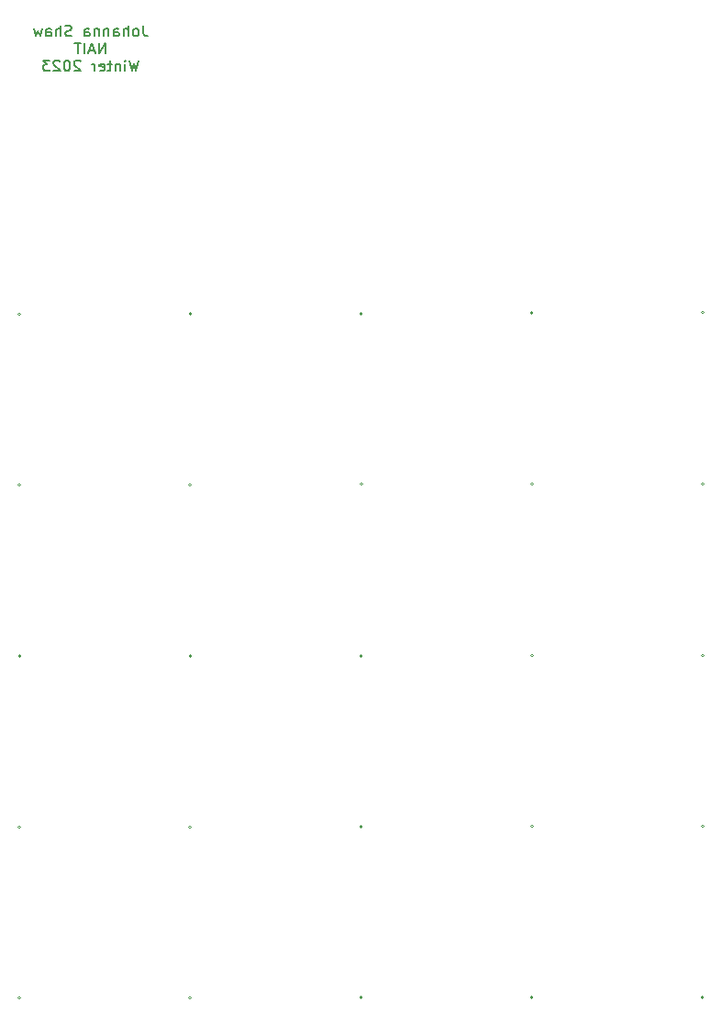
<source format=gbr>
%TF.GenerationSoftware,KiCad,Pcbnew,(6.0.1)*%
%TF.CreationDate,2023-04-26T14:09:52-06:00*%
%TF.ProjectId,Device_Design,44657669-6365-45f4-9465-7369676e2e6b,02*%
%TF.SameCoordinates,Original*%
%TF.FileFunction,Legend,Bot*%
%TF.FilePolarity,Positive*%
%FSLAX46Y46*%
G04 Gerber Fmt 4.6, Leading zero omitted, Abs format (unit mm)*
G04 Created by KiCad (PCBNEW (6.0.1)) date 2023-04-26 14:09:52*
%MOMM*%
%LPD*%
G01*
G04 APERTURE LIST*
%ADD10C,0.150000*%
%ADD11C,0.120000*%
G04 APERTURE END LIST*
D10*
X99457142Y-62442380D02*
X99457142Y-63156666D01*
X99504761Y-63299523D01*
X99600000Y-63394761D01*
X99742857Y-63442380D01*
X99838095Y-63442380D01*
X98838095Y-63442380D02*
X98933333Y-63394761D01*
X98980952Y-63347142D01*
X99028571Y-63251904D01*
X99028571Y-62966190D01*
X98980952Y-62870952D01*
X98933333Y-62823333D01*
X98838095Y-62775714D01*
X98695238Y-62775714D01*
X98600000Y-62823333D01*
X98552380Y-62870952D01*
X98504761Y-62966190D01*
X98504761Y-63251904D01*
X98552380Y-63347142D01*
X98600000Y-63394761D01*
X98695238Y-63442380D01*
X98838095Y-63442380D01*
X98076190Y-63442380D02*
X98076190Y-62442380D01*
X97647619Y-63442380D02*
X97647619Y-62918571D01*
X97695238Y-62823333D01*
X97790476Y-62775714D01*
X97933333Y-62775714D01*
X98028571Y-62823333D01*
X98076190Y-62870952D01*
X96742857Y-63442380D02*
X96742857Y-62918571D01*
X96790476Y-62823333D01*
X96885714Y-62775714D01*
X97076190Y-62775714D01*
X97171428Y-62823333D01*
X96742857Y-63394761D02*
X96838095Y-63442380D01*
X97076190Y-63442380D01*
X97171428Y-63394761D01*
X97219047Y-63299523D01*
X97219047Y-63204285D01*
X97171428Y-63109047D01*
X97076190Y-63061428D01*
X96838095Y-63061428D01*
X96742857Y-63013809D01*
X96266666Y-62775714D02*
X96266666Y-63442380D01*
X96266666Y-62870952D02*
X96219047Y-62823333D01*
X96123809Y-62775714D01*
X95980952Y-62775714D01*
X95885714Y-62823333D01*
X95838095Y-62918571D01*
X95838095Y-63442380D01*
X95361904Y-62775714D02*
X95361904Y-63442380D01*
X95361904Y-62870952D02*
X95314285Y-62823333D01*
X95219047Y-62775714D01*
X95076190Y-62775714D01*
X94980952Y-62823333D01*
X94933333Y-62918571D01*
X94933333Y-63442380D01*
X94028571Y-63442380D02*
X94028571Y-62918571D01*
X94076190Y-62823333D01*
X94171428Y-62775714D01*
X94361904Y-62775714D01*
X94457142Y-62823333D01*
X94028571Y-63394761D02*
X94123809Y-63442380D01*
X94361904Y-63442380D01*
X94457142Y-63394761D01*
X94504761Y-63299523D01*
X94504761Y-63204285D01*
X94457142Y-63109047D01*
X94361904Y-63061428D01*
X94123809Y-63061428D01*
X94028571Y-63013809D01*
X92838095Y-63394761D02*
X92695238Y-63442380D01*
X92457142Y-63442380D01*
X92361904Y-63394761D01*
X92314285Y-63347142D01*
X92266666Y-63251904D01*
X92266666Y-63156666D01*
X92314285Y-63061428D01*
X92361904Y-63013809D01*
X92457142Y-62966190D01*
X92647619Y-62918571D01*
X92742857Y-62870952D01*
X92790476Y-62823333D01*
X92838095Y-62728095D01*
X92838095Y-62632857D01*
X92790476Y-62537619D01*
X92742857Y-62490000D01*
X92647619Y-62442380D01*
X92409523Y-62442380D01*
X92266666Y-62490000D01*
X91838095Y-63442380D02*
X91838095Y-62442380D01*
X91409523Y-63442380D02*
X91409523Y-62918571D01*
X91457142Y-62823333D01*
X91552380Y-62775714D01*
X91695238Y-62775714D01*
X91790476Y-62823333D01*
X91838095Y-62870952D01*
X90504761Y-63442380D02*
X90504761Y-62918571D01*
X90552380Y-62823333D01*
X90647619Y-62775714D01*
X90838095Y-62775714D01*
X90933333Y-62823333D01*
X90504761Y-63394761D02*
X90599999Y-63442380D01*
X90838095Y-63442380D01*
X90933333Y-63394761D01*
X90980952Y-63299523D01*
X90980952Y-63204285D01*
X90933333Y-63109047D01*
X90838095Y-63061428D01*
X90599999Y-63061428D01*
X90504761Y-63013809D01*
X90123809Y-62775714D02*
X89933333Y-63442380D01*
X89742857Y-62966190D01*
X89552380Y-63442380D01*
X89361904Y-62775714D01*
X95933333Y-65052380D02*
X95933333Y-64052380D01*
X95361904Y-65052380D01*
X95361904Y-64052380D01*
X94933333Y-64766666D02*
X94457142Y-64766666D01*
X95028571Y-65052380D02*
X94695238Y-64052380D01*
X94361904Y-65052380D01*
X94028571Y-65052380D02*
X94028571Y-64052380D01*
X93695238Y-64052380D02*
X93123809Y-64052380D01*
X93409523Y-65052380D02*
X93409523Y-64052380D01*
X99028571Y-65662380D02*
X98790476Y-66662380D01*
X98600000Y-65948095D01*
X98409523Y-66662380D01*
X98171428Y-65662380D01*
X97790476Y-66662380D02*
X97790476Y-65995714D01*
X97790476Y-65662380D02*
X97838095Y-65710000D01*
X97790476Y-65757619D01*
X97742857Y-65710000D01*
X97790476Y-65662380D01*
X97790476Y-65757619D01*
X97314285Y-65995714D02*
X97314285Y-66662380D01*
X97314285Y-66090952D02*
X97266666Y-66043333D01*
X97171428Y-65995714D01*
X97028571Y-65995714D01*
X96933333Y-66043333D01*
X96885714Y-66138571D01*
X96885714Y-66662380D01*
X96552380Y-65995714D02*
X96171428Y-65995714D01*
X96409523Y-65662380D02*
X96409523Y-66519523D01*
X96361904Y-66614761D01*
X96266666Y-66662380D01*
X96171428Y-66662380D01*
X95457142Y-66614761D02*
X95552380Y-66662380D01*
X95742857Y-66662380D01*
X95838095Y-66614761D01*
X95885714Y-66519523D01*
X95885714Y-66138571D01*
X95838095Y-66043333D01*
X95742857Y-65995714D01*
X95552380Y-65995714D01*
X95457142Y-66043333D01*
X95409523Y-66138571D01*
X95409523Y-66233809D01*
X95885714Y-66329047D01*
X94980952Y-66662380D02*
X94980952Y-65995714D01*
X94980952Y-66186190D02*
X94933333Y-66090952D01*
X94885714Y-66043333D01*
X94790476Y-65995714D01*
X94695238Y-65995714D01*
X93647619Y-65757619D02*
X93600000Y-65710000D01*
X93504761Y-65662380D01*
X93266666Y-65662380D01*
X93171428Y-65710000D01*
X93123809Y-65757619D01*
X93076190Y-65852857D01*
X93076190Y-65948095D01*
X93123809Y-66090952D01*
X93695238Y-66662380D01*
X93076190Y-66662380D01*
X92457142Y-65662380D02*
X92361904Y-65662380D01*
X92266666Y-65710000D01*
X92219047Y-65757619D01*
X92171428Y-65852857D01*
X92123809Y-66043333D01*
X92123809Y-66281428D01*
X92171428Y-66471904D01*
X92219047Y-66567142D01*
X92266666Y-66614761D01*
X92361904Y-66662380D01*
X92457142Y-66662380D01*
X92552380Y-66614761D01*
X92600000Y-66567142D01*
X92647619Y-66471904D01*
X92695238Y-66281428D01*
X92695238Y-66043333D01*
X92647619Y-65852857D01*
X92600000Y-65757619D01*
X92552380Y-65710000D01*
X92457142Y-65662380D01*
X91742857Y-65757619D02*
X91695238Y-65710000D01*
X91600000Y-65662380D01*
X91361904Y-65662380D01*
X91266666Y-65710000D01*
X91219047Y-65757619D01*
X91171428Y-65852857D01*
X91171428Y-65948095D01*
X91219047Y-66090952D01*
X91790476Y-66662380D01*
X91171428Y-66662380D01*
X90838095Y-65662380D02*
X90219047Y-65662380D01*
X90552380Y-66043333D01*
X90409523Y-66043333D01*
X90314285Y-66090952D01*
X90266666Y-66138571D01*
X90219047Y-66233809D01*
X90219047Y-66471904D01*
X90266666Y-66567142D01*
X90314285Y-66614761D01*
X90409523Y-66662380D01*
X90695238Y-66662380D01*
X90790476Y-66614761D01*
X90838095Y-66567142D01*
D11*
%TO.C,SW27*%
X151156994Y-152126006D02*
G75*
G03*
X151156994Y-152126006I-127000J0D01*
G01*
%TO.C,SW26*%
X151186996Y-136344005D02*
G75*
G03*
X151186996Y-136344005I-127000J0D01*
G01*
%TO.C,SW25*%
X151216998Y-120562004D02*
G75*
G03*
X151216998Y-120562004I-127000J0D01*
G01*
%TO.C,SW24*%
X151186996Y-104780003D02*
G75*
G03*
X151186996Y-104780003I-127000J0D01*
G01*
%TO.C,SW23*%
X151216998Y-88964001D02*
G75*
G03*
X151216998Y-88964001I-127000J0D01*
G01*
%TO.C,SW22*%
X135408994Y-152126006D02*
G75*
G03*
X135408994Y-152126006I-127000J0D01*
G01*
%TO.C,SW21*%
X135438996Y-136344005D02*
G75*
G03*
X135438996Y-136344005I-127000J0D01*
G01*
%TO.C,SW20*%
X135468998Y-120596005D02*
G75*
G03*
X135468998Y-120596005I-127000J0D01*
G01*
%TO.C,SW19*%
X135468998Y-104746002D02*
G75*
G03*
X135468998Y-104746002I-127000J0D01*
G01*
%TO.C,SW18*%
X135438996Y-88998002D02*
G75*
G03*
X135438996Y-88998002I-127000J0D01*
G01*
%TO.C,SW17*%
X119660994Y-152126006D02*
G75*
G03*
X119660994Y-152126006I-127000J0D01*
G01*
%TO.C,SW16*%
X119660994Y-136378006D02*
G75*
G03*
X119660994Y-136378006I-127000J0D01*
G01*
%TO.C,SW15*%
X119660994Y-120630006D02*
G75*
G03*
X119660994Y-120630006I-127000J0D01*
G01*
%TO.C,SW14*%
X119690996Y-104780003D02*
G75*
G03*
X119690996Y-104780003I-127000J0D01*
G01*
%TO.C,SW13*%
X119690996Y-89066004D02*
G75*
G03*
X119690996Y-89066004I-127000J0D01*
G01*
%TO.C,SW12*%
X103882992Y-152160007D02*
G75*
G03*
X103882992Y-152160007I-127000J0D01*
G01*
%TO.C,SW11*%
X103882992Y-136412007D02*
G75*
G03*
X103882992Y-136412007I-127000J0D01*
G01*
%TO.C,SW10*%
X103912994Y-120664007D02*
G75*
G03*
X103912994Y-120664007I-127000J0D01*
G01*
%TO.C,SW9*%
X103882992Y-104848005D02*
G75*
G03*
X103882992Y-104848005I-127000J0D01*
G01*
%TO.C,SW8*%
X103912994Y-89066004D02*
G75*
G03*
X103912994Y-89066004I-127000J0D01*
G01*
%TO.C,SW7*%
X88134992Y-152160007D02*
G75*
G03*
X88134992Y-152160007I-127000J0D01*
G01*
%TO.C,SW6*%
X88134992Y-136412007D02*
G75*
G03*
X88134992Y-136412007I-127000J0D01*
G01*
%TO.C,SW5*%
X88164994Y-120630006D02*
G75*
G03*
X88164994Y-120630006I-127000J0D01*
G01*
%TO.C,SW4*%
X88134992Y-104848005D02*
G75*
G03*
X88134992Y-104848005I-127000J0D01*
G01*
%TO.C,SW3*%
X88134992Y-89100005D02*
G75*
G03*
X88134992Y-89100005I-127000J0D01*
G01*
%TD*%
M02*

</source>
